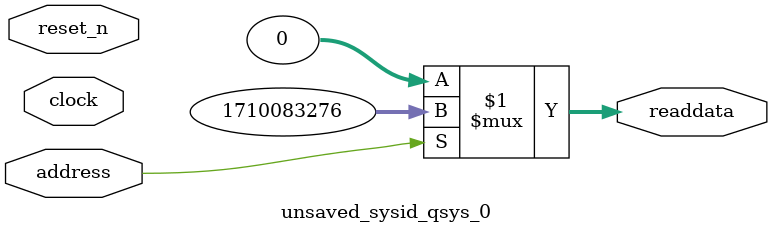
<source format=v>



// synthesis translate_off
`timescale 1ns / 1ps
// synthesis translate_on

// turn off superfluous verilog processor warnings 
// altera message_level Level1 
// altera message_off 10034 10035 10036 10037 10230 10240 10030 

module unsaved_sysid_qsys_0 (
               // inputs:
                address,
                clock,
                reset_n,

               // outputs:
                readdata
             )
;

  output  [ 31: 0] readdata;
  input            address;
  input            clock;
  input            reset_n;

  wire    [ 31: 0] readdata;
  //control_slave, which is an e_avalon_slave
  assign readdata = address ? 1710083276 : 0;

endmodule



</source>
